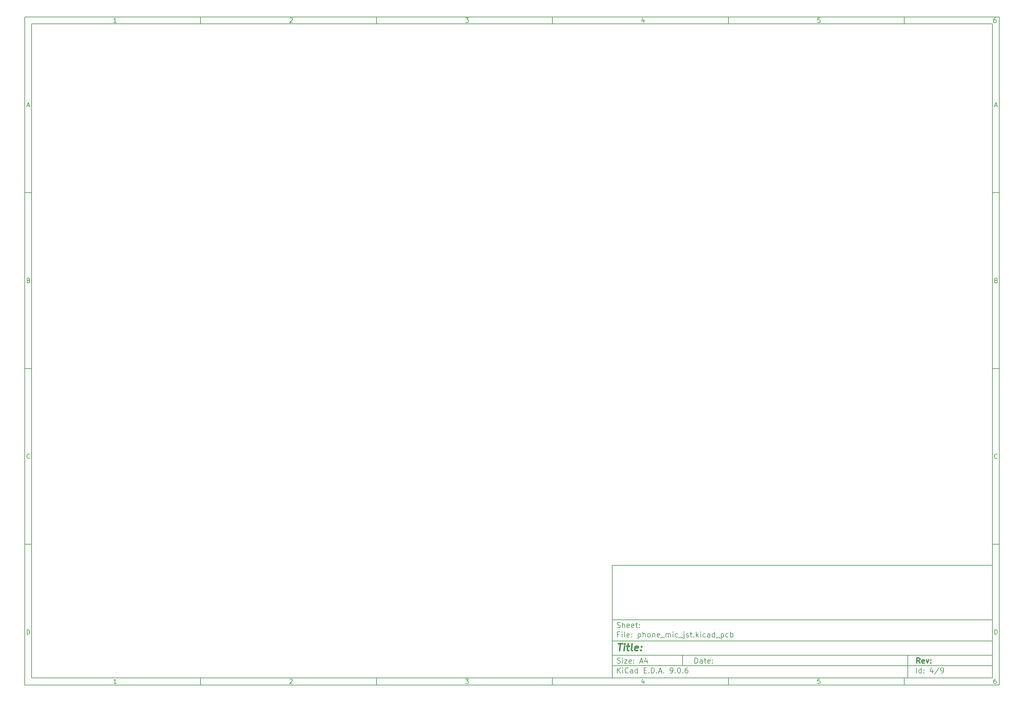
<source format=gbp>
%TF.GenerationSoftware,KiCad,Pcbnew,9.0.6-9.0.6~ubuntu24.04.1*%
%TF.CreationDate,2025-11-30T17:34:31+01:00*%
%TF.ProjectId,phone_mic_jst,70686f6e-655f-46d6-9963-5f6a73742e6b,rev?*%
%TF.SameCoordinates,Original*%
%TF.FileFunction,Paste,Bot*%
%TF.FilePolarity,Positive*%
%FSLAX46Y46*%
G04 Gerber Fmt 4.6, Leading zero omitted, Abs format (unit mm)*
G04 Created by KiCad (PCBNEW 9.0.6-9.0.6~ubuntu24.04.1) date 2025-11-30 17:34:31*
%MOMM*%
%LPD*%
G01*
G04 APERTURE LIST*
%ADD10C,0.100000*%
%ADD11C,0.150000*%
%ADD12C,0.300000*%
%ADD13C,0.400000*%
G04 APERTURE END LIST*
D10*
D11*
X177002200Y-166007200D02*
X285002200Y-166007200D01*
X285002200Y-198007200D01*
X177002200Y-198007200D01*
X177002200Y-166007200D01*
D10*
D11*
X10000000Y-10000000D02*
X287002200Y-10000000D01*
X287002200Y-200007200D01*
X10000000Y-200007200D01*
X10000000Y-10000000D01*
D10*
D11*
X12000000Y-12000000D02*
X285002200Y-12000000D01*
X285002200Y-198007200D01*
X12000000Y-198007200D01*
X12000000Y-12000000D01*
D10*
D11*
X60000000Y-12000000D02*
X60000000Y-10000000D01*
D10*
D11*
X110000000Y-12000000D02*
X110000000Y-10000000D01*
D10*
D11*
X160000000Y-12000000D02*
X160000000Y-10000000D01*
D10*
D11*
X210000000Y-12000000D02*
X210000000Y-10000000D01*
D10*
D11*
X260000000Y-12000000D02*
X260000000Y-10000000D01*
D10*
D11*
X36089160Y-11593604D02*
X35346303Y-11593604D01*
X35717731Y-11593604D02*
X35717731Y-10293604D01*
X35717731Y-10293604D02*
X35593922Y-10479319D01*
X35593922Y-10479319D02*
X35470112Y-10603128D01*
X35470112Y-10603128D02*
X35346303Y-10665033D01*
D10*
D11*
X85346303Y-10417414D02*
X85408207Y-10355509D01*
X85408207Y-10355509D02*
X85532017Y-10293604D01*
X85532017Y-10293604D02*
X85841541Y-10293604D01*
X85841541Y-10293604D02*
X85965350Y-10355509D01*
X85965350Y-10355509D02*
X86027255Y-10417414D01*
X86027255Y-10417414D02*
X86089160Y-10541223D01*
X86089160Y-10541223D02*
X86089160Y-10665033D01*
X86089160Y-10665033D02*
X86027255Y-10850747D01*
X86027255Y-10850747D02*
X85284398Y-11593604D01*
X85284398Y-11593604D02*
X86089160Y-11593604D01*
D10*
D11*
X135284398Y-10293604D02*
X136089160Y-10293604D01*
X136089160Y-10293604D02*
X135655826Y-10788842D01*
X135655826Y-10788842D02*
X135841541Y-10788842D01*
X135841541Y-10788842D02*
X135965350Y-10850747D01*
X135965350Y-10850747D02*
X136027255Y-10912652D01*
X136027255Y-10912652D02*
X136089160Y-11036461D01*
X136089160Y-11036461D02*
X136089160Y-11345985D01*
X136089160Y-11345985D02*
X136027255Y-11469795D01*
X136027255Y-11469795D02*
X135965350Y-11531700D01*
X135965350Y-11531700D02*
X135841541Y-11593604D01*
X135841541Y-11593604D02*
X135470112Y-11593604D01*
X135470112Y-11593604D02*
X135346303Y-11531700D01*
X135346303Y-11531700D02*
X135284398Y-11469795D01*
D10*
D11*
X185965350Y-10726938D02*
X185965350Y-11593604D01*
X185655826Y-10231700D02*
X185346303Y-11160271D01*
X185346303Y-11160271D02*
X186151064Y-11160271D01*
D10*
D11*
X236027255Y-10293604D02*
X235408207Y-10293604D01*
X235408207Y-10293604D02*
X235346303Y-10912652D01*
X235346303Y-10912652D02*
X235408207Y-10850747D01*
X235408207Y-10850747D02*
X235532017Y-10788842D01*
X235532017Y-10788842D02*
X235841541Y-10788842D01*
X235841541Y-10788842D02*
X235965350Y-10850747D01*
X235965350Y-10850747D02*
X236027255Y-10912652D01*
X236027255Y-10912652D02*
X236089160Y-11036461D01*
X236089160Y-11036461D02*
X236089160Y-11345985D01*
X236089160Y-11345985D02*
X236027255Y-11469795D01*
X236027255Y-11469795D02*
X235965350Y-11531700D01*
X235965350Y-11531700D02*
X235841541Y-11593604D01*
X235841541Y-11593604D02*
X235532017Y-11593604D01*
X235532017Y-11593604D02*
X235408207Y-11531700D01*
X235408207Y-11531700D02*
X235346303Y-11469795D01*
D10*
D11*
X285965350Y-10293604D02*
X285717731Y-10293604D01*
X285717731Y-10293604D02*
X285593922Y-10355509D01*
X285593922Y-10355509D02*
X285532017Y-10417414D01*
X285532017Y-10417414D02*
X285408207Y-10603128D01*
X285408207Y-10603128D02*
X285346303Y-10850747D01*
X285346303Y-10850747D02*
X285346303Y-11345985D01*
X285346303Y-11345985D02*
X285408207Y-11469795D01*
X285408207Y-11469795D02*
X285470112Y-11531700D01*
X285470112Y-11531700D02*
X285593922Y-11593604D01*
X285593922Y-11593604D02*
X285841541Y-11593604D01*
X285841541Y-11593604D02*
X285965350Y-11531700D01*
X285965350Y-11531700D02*
X286027255Y-11469795D01*
X286027255Y-11469795D02*
X286089160Y-11345985D01*
X286089160Y-11345985D02*
X286089160Y-11036461D01*
X286089160Y-11036461D02*
X286027255Y-10912652D01*
X286027255Y-10912652D02*
X285965350Y-10850747D01*
X285965350Y-10850747D02*
X285841541Y-10788842D01*
X285841541Y-10788842D02*
X285593922Y-10788842D01*
X285593922Y-10788842D02*
X285470112Y-10850747D01*
X285470112Y-10850747D02*
X285408207Y-10912652D01*
X285408207Y-10912652D02*
X285346303Y-11036461D01*
D10*
D11*
X60000000Y-198007200D02*
X60000000Y-200007200D01*
D10*
D11*
X110000000Y-198007200D02*
X110000000Y-200007200D01*
D10*
D11*
X160000000Y-198007200D02*
X160000000Y-200007200D01*
D10*
D11*
X210000000Y-198007200D02*
X210000000Y-200007200D01*
D10*
D11*
X260000000Y-198007200D02*
X260000000Y-200007200D01*
D10*
D11*
X36089160Y-199600804D02*
X35346303Y-199600804D01*
X35717731Y-199600804D02*
X35717731Y-198300804D01*
X35717731Y-198300804D02*
X35593922Y-198486519D01*
X35593922Y-198486519D02*
X35470112Y-198610328D01*
X35470112Y-198610328D02*
X35346303Y-198672233D01*
D10*
D11*
X85346303Y-198424614D02*
X85408207Y-198362709D01*
X85408207Y-198362709D02*
X85532017Y-198300804D01*
X85532017Y-198300804D02*
X85841541Y-198300804D01*
X85841541Y-198300804D02*
X85965350Y-198362709D01*
X85965350Y-198362709D02*
X86027255Y-198424614D01*
X86027255Y-198424614D02*
X86089160Y-198548423D01*
X86089160Y-198548423D02*
X86089160Y-198672233D01*
X86089160Y-198672233D02*
X86027255Y-198857947D01*
X86027255Y-198857947D02*
X85284398Y-199600804D01*
X85284398Y-199600804D02*
X86089160Y-199600804D01*
D10*
D11*
X135284398Y-198300804D02*
X136089160Y-198300804D01*
X136089160Y-198300804D02*
X135655826Y-198796042D01*
X135655826Y-198796042D02*
X135841541Y-198796042D01*
X135841541Y-198796042D02*
X135965350Y-198857947D01*
X135965350Y-198857947D02*
X136027255Y-198919852D01*
X136027255Y-198919852D02*
X136089160Y-199043661D01*
X136089160Y-199043661D02*
X136089160Y-199353185D01*
X136089160Y-199353185D02*
X136027255Y-199476995D01*
X136027255Y-199476995D02*
X135965350Y-199538900D01*
X135965350Y-199538900D02*
X135841541Y-199600804D01*
X135841541Y-199600804D02*
X135470112Y-199600804D01*
X135470112Y-199600804D02*
X135346303Y-199538900D01*
X135346303Y-199538900D02*
X135284398Y-199476995D01*
D10*
D11*
X185965350Y-198734138D02*
X185965350Y-199600804D01*
X185655826Y-198238900D02*
X185346303Y-199167471D01*
X185346303Y-199167471D02*
X186151064Y-199167471D01*
D10*
D11*
X236027255Y-198300804D02*
X235408207Y-198300804D01*
X235408207Y-198300804D02*
X235346303Y-198919852D01*
X235346303Y-198919852D02*
X235408207Y-198857947D01*
X235408207Y-198857947D02*
X235532017Y-198796042D01*
X235532017Y-198796042D02*
X235841541Y-198796042D01*
X235841541Y-198796042D02*
X235965350Y-198857947D01*
X235965350Y-198857947D02*
X236027255Y-198919852D01*
X236027255Y-198919852D02*
X236089160Y-199043661D01*
X236089160Y-199043661D02*
X236089160Y-199353185D01*
X236089160Y-199353185D02*
X236027255Y-199476995D01*
X236027255Y-199476995D02*
X235965350Y-199538900D01*
X235965350Y-199538900D02*
X235841541Y-199600804D01*
X235841541Y-199600804D02*
X235532017Y-199600804D01*
X235532017Y-199600804D02*
X235408207Y-199538900D01*
X235408207Y-199538900D02*
X235346303Y-199476995D01*
D10*
D11*
X285965350Y-198300804D02*
X285717731Y-198300804D01*
X285717731Y-198300804D02*
X285593922Y-198362709D01*
X285593922Y-198362709D02*
X285532017Y-198424614D01*
X285532017Y-198424614D02*
X285408207Y-198610328D01*
X285408207Y-198610328D02*
X285346303Y-198857947D01*
X285346303Y-198857947D02*
X285346303Y-199353185D01*
X285346303Y-199353185D02*
X285408207Y-199476995D01*
X285408207Y-199476995D02*
X285470112Y-199538900D01*
X285470112Y-199538900D02*
X285593922Y-199600804D01*
X285593922Y-199600804D02*
X285841541Y-199600804D01*
X285841541Y-199600804D02*
X285965350Y-199538900D01*
X285965350Y-199538900D02*
X286027255Y-199476995D01*
X286027255Y-199476995D02*
X286089160Y-199353185D01*
X286089160Y-199353185D02*
X286089160Y-199043661D01*
X286089160Y-199043661D02*
X286027255Y-198919852D01*
X286027255Y-198919852D02*
X285965350Y-198857947D01*
X285965350Y-198857947D02*
X285841541Y-198796042D01*
X285841541Y-198796042D02*
X285593922Y-198796042D01*
X285593922Y-198796042D02*
X285470112Y-198857947D01*
X285470112Y-198857947D02*
X285408207Y-198919852D01*
X285408207Y-198919852D02*
X285346303Y-199043661D01*
D10*
D11*
X10000000Y-60000000D02*
X12000000Y-60000000D01*
D10*
D11*
X10000000Y-110000000D02*
X12000000Y-110000000D01*
D10*
D11*
X10000000Y-160000000D02*
X12000000Y-160000000D01*
D10*
D11*
X10690476Y-35222176D02*
X11309523Y-35222176D01*
X10566666Y-35593604D02*
X10999999Y-34293604D01*
X10999999Y-34293604D02*
X11433333Y-35593604D01*
D10*
D11*
X11092857Y-84912652D02*
X11278571Y-84974557D01*
X11278571Y-84974557D02*
X11340476Y-85036461D01*
X11340476Y-85036461D02*
X11402380Y-85160271D01*
X11402380Y-85160271D02*
X11402380Y-85345985D01*
X11402380Y-85345985D02*
X11340476Y-85469795D01*
X11340476Y-85469795D02*
X11278571Y-85531700D01*
X11278571Y-85531700D02*
X11154761Y-85593604D01*
X11154761Y-85593604D02*
X10659523Y-85593604D01*
X10659523Y-85593604D02*
X10659523Y-84293604D01*
X10659523Y-84293604D02*
X11092857Y-84293604D01*
X11092857Y-84293604D02*
X11216666Y-84355509D01*
X11216666Y-84355509D02*
X11278571Y-84417414D01*
X11278571Y-84417414D02*
X11340476Y-84541223D01*
X11340476Y-84541223D02*
X11340476Y-84665033D01*
X11340476Y-84665033D02*
X11278571Y-84788842D01*
X11278571Y-84788842D02*
X11216666Y-84850747D01*
X11216666Y-84850747D02*
X11092857Y-84912652D01*
X11092857Y-84912652D02*
X10659523Y-84912652D01*
D10*
D11*
X11402380Y-135469795D02*
X11340476Y-135531700D01*
X11340476Y-135531700D02*
X11154761Y-135593604D01*
X11154761Y-135593604D02*
X11030952Y-135593604D01*
X11030952Y-135593604D02*
X10845238Y-135531700D01*
X10845238Y-135531700D02*
X10721428Y-135407890D01*
X10721428Y-135407890D02*
X10659523Y-135284080D01*
X10659523Y-135284080D02*
X10597619Y-135036461D01*
X10597619Y-135036461D02*
X10597619Y-134850747D01*
X10597619Y-134850747D02*
X10659523Y-134603128D01*
X10659523Y-134603128D02*
X10721428Y-134479319D01*
X10721428Y-134479319D02*
X10845238Y-134355509D01*
X10845238Y-134355509D02*
X11030952Y-134293604D01*
X11030952Y-134293604D02*
X11154761Y-134293604D01*
X11154761Y-134293604D02*
X11340476Y-134355509D01*
X11340476Y-134355509D02*
X11402380Y-134417414D01*
D10*
D11*
X10659523Y-185593604D02*
X10659523Y-184293604D01*
X10659523Y-184293604D02*
X10969047Y-184293604D01*
X10969047Y-184293604D02*
X11154761Y-184355509D01*
X11154761Y-184355509D02*
X11278571Y-184479319D01*
X11278571Y-184479319D02*
X11340476Y-184603128D01*
X11340476Y-184603128D02*
X11402380Y-184850747D01*
X11402380Y-184850747D02*
X11402380Y-185036461D01*
X11402380Y-185036461D02*
X11340476Y-185284080D01*
X11340476Y-185284080D02*
X11278571Y-185407890D01*
X11278571Y-185407890D02*
X11154761Y-185531700D01*
X11154761Y-185531700D02*
X10969047Y-185593604D01*
X10969047Y-185593604D02*
X10659523Y-185593604D01*
D10*
D11*
X287002200Y-60000000D02*
X285002200Y-60000000D01*
D10*
D11*
X287002200Y-110000000D02*
X285002200Y-110000000D01*
D10*
D11*
X287002200Y-160000000D02*
X285002200Y-160000000D01*
D10*
D11*
X285692676Y-35222176D02*
X286311723Y-35222176D01*
X285568866Y-35593604D02*
X286002199Y-34293604D01*
X286002199Y-34293604D02*
X286435533Y-35593604D01*
D10*
D11*
X286095057Y-84912652D02*
X286280771Y-84974557D01*
X286280771Y-84974557D02*
X286342676Y-85036461D01*
X286342676Y-85036461D02*
X286404580Y-85160271D01*
X286404580Y-85160271D02*
X286404580Y-85345985D01*
X286404580Y-85345985D02*
X286342676Y-85469795D01*
X286342676Y-85469795D02*
X286280771Y-85531700D01*
X286280771Y-85531700D02*
X286156961Y-85593604D01*
X286156961Y-85593604D02*
X285661723Y-85593604D01*
X285661723Y-85593604D02*
X285661723Y-84293604D01*
X285661723Y-84293604D02*
X286095057Y-84293604D01*
X286095057Y-84293604D02*
X286218866Y-84355509D01*
X286218866Y-84355509D02*
X286280771Y-84417414D01*
X286280771Y-84417414D02*
X286342676Y-84541223D01*
X286342676Y-84541223D02*
X286342676Y-84665033D01*
X286342676Y-84665033D02*
X286280771Y-84788842D01*
X286280771Y-84788842D02*
X286218866Y-84850747D01*
X286218866Y-84850747D02*
X286095057Y-84912652D01*
X286095057Y-84912652D02*
X285661723Y-84912652D01*
D10*
D11*
X286404580Y-135469795D02*
X286342676Y-135531700D01*
X286342676Y-135531700D02*
X286156961Y-135593604D01*
X286156961Y-135593604D02*
X286033152Y-135593604D01*
X286033152Y-135593604D02*
X285847438Y-135531700D01*
X285847438Y-135531700D02*
X285723628Y-135407890D01*
X285723628Y-135407890D02*
X285661723Y-135284080D01*
X285661723Y-135284080D02*
X285599819Y-135036461D01*
X285599819Y-135036461D02*
X285599819Y-134850747D01*
X285599819Y-134850747D02*
X285661723Y-134603128D01*
X285661723Y-134603128D02*
X285723628Y-134479319D01*
X285723628Y-134479319D02*
X285847438Y-134355509D01*
X285847438Y-134355509D02*
X286033152Y-134293604D01*
X286033152Y-134293604D02*
X286156961Y-134293604D01*
X286156961Y-134293604D02*
X286342676Y-134355509D01*
X286342676Y-134355509D02*
X286404580Y-134417414D01*
D10*
D11*
X285661723Y-185593604D02*
X285661723Y-184293604D01*
X285661723Y-184293604D02*
X285971247Y-184293604D01*
X285971247Y-184293604D02*
X286156961Y-184355509D01*
X286156961Y-184355509D02*
X286280771Y-184479319D01*
X286280771Y-184479319D02*
X286342676Y-184603128D01*
X286342676Y-184603128D02*
X286404580Y-184850747D01*
X286404580Y-184850747D02*
X286404580Y-185036461D01*
X286404580Y-185036461D02*
X286342676Y-185284080D01*
X286342676Y-185284080D02*
X286280771Y-185407890D01*
X286280771Y-185407890D02*
X286156961Y-185531700D01*
X286156961Y-185531700D02*
X285971247Y-185593604D01*
X285971247Y-185593604D02*
X285661723Y-185593604D01*
D10*
D11*
X200458026Y-193793328D02*
X200458026Y-192293328D01*
X200458026Y-192293328D02*
X200815169Y-192293328D01*
X200815169Y-192293328D02*
X201029455Y-192364757D01*
X201029455Y-192364757D02*
X201172312Y-192507614D01*
X201172312Y-192507614D02*
X201243741Y-192650471D01*
X201243741Y-192650471D02*
X201315169Y-192936185D01*
X201315169Y-192936185D02*
X201315169Y-193150471D01*
X201315169Y-193150471D02*
X201243741Y-193436185D01*
X201243741Y-193436185D02*
X201172312Y-193579042D01*
X201172312Y-193579042D02*
X201029455Y-193721900D01*
X201029455Y-193721900D02*
X200815169Y-193793328D01*
X200815169Y-193793328D02*
X200458026Y-193793328D01*
X202600884Y-193793328D02*
X202600884Y-193007614D01*
X202600884Y-193007614D02*
X202529455Y-192864757D01*
X202529455Y-192864757D02*
X202386598Y-192793328D01*
X202386598Y-192793328D02*
X202100884Y-192793328D01*
X202100884Y-192793328D02*
X201958026Y-192864757D01*
X202600884Y-193721900D02*
X202458026Y-193793328D01*
X202458026Y-193793328D02*
X202100884Y-193793328D01*
X202100884Y-193793328D02*
X201958026Y-193721900D01*
X201958026Y-193721900D02*
X201886598Y-193579042D01*
X201886598Y-193579042D02*
X201886598Y-193436185D01*
X201886598Y-193436185D02*
X201958026Y-193293328D01*
X201958026Y-193293328D02*
X202100884Y-193221900D01*
X202100884Y-193221900D02*
X202458026Y-193221900D01*
X202458026Y-193221900D02*
X202600884Y-193150471D01*
X203100884Y-192793328D02*
X203672312Y-192793328D01*
X203315169Y-192293328D02*
X203315169Y-193579042D01*
X203315169Y-193579042D02*
X203386598Y-193721900D01*
X203386598Y-193721900D02*
X203529455Y-193793328D01*
X203529455Y-193793328D02*
X203672312Y-193793328D01*
X204743741Y-193721900D02*
X204600884Y-193793328D01*
X204600884Y-193793328D02*
X204315170Y-193793328D01*
X204315170Y-193793328D02*
X204172312Y-193721900D01*
X204172312Y-193721900D02*
X204100884Y-193579042D01*
X204100884Y-193579042D02*
X204100884Y-193007614D01*
X204100884Y-193007614D02*
X204172312Y-192864757D01*
X204172312Y-192864757D02*
X204315170Y-192793328D01*
X204315170Y-192793328D02*
X204600884Y-192793328D01*
X204600884Y-192793328D02*
X204743741Y-192864757D01*
X204743741Y-192864757D02*
X204815170Y-193007614D01*
X204815170Y-193007614D02*
X204815170Y-193150471D01*
X204815170Y-193150471D02*
X204100884Y-193293328D01*
X205458026Y-193650471D02*
X205529455Y-193721900D01*
X205529455Y-193721900D02*
X205458026Y-193793328D01*
X205458026Y-193793328D02*
X205386598Y-193721900D01*
X205386598Y-193721900D02*
X205458026Y-193650471D01*
X205458026Y-193650471D02*
X205458026Y-193793328D01*
X205458026Y-192864757D02*
X205529455Y-192936185D01*
X205529455Y-192936185D02*
X205458026Y-193007614D01*
X205458026Y-193007614D02*
X205386598Y-192936185D01*
X205386598Y-192936185D02*
X205458026Y-192864757D01*
X205458026Y-192864757D02*
X205458026Y-193007614D01*
D10*
D11*
X177002200Y-194507200D02*
X285002200Y-194507200D01*
D10*
D11*
X178458026Y-196593328D02*
X178458026Y-195093328D01*
X179315169Y-196593328D02*
X178672312Y-195736185D01*
X179315169Y-195093328D02*
X178458026Y-195950471D01*
X179958026Y-196593328D02*
X179958026Y-195593328D01*
X179958026Y-195093328D02*
X179886598Y-195164757D01*
X179886598Y-195164757D02*
X179958026Y-195236185D01*
X179958026Y-195236185D02*
X180029455Y-195164757D01*
X180029455Y-195164757D02*
X179958026Y-195093328D01*
X179958026Y-195093328D02*
X179958026Y-195236185D01*
X181529455Y-196450471D02*
X181458027Y-196521900D01*
X181458027Y-196521900D02*
X181243741Y-196593328D01*
X181243741Y-196593328D02*
X181100884Y-196593328D01*
X181100884Y-196593328D02*
X180886598Y-196521900D01*
X180886598Y-196521900D02*
X180743741Y-196379042D01*
X180743741Y-196379042D02*
X180672312Y-196236185D01*
X180672312Y-196236185D02*
X180600884Y-195950471D01*
X180600884Y-195950471D02*
X180600884Y-195736185D01*
X180600884Y-195736185D02*
X180672312Y-195450471D01*
X180672312Y-195450471D02*
X180743741Y-195307614D01*
X180743741Y-195307614D02*
X180886598Y-195164757D01*
X180886598Y-195164757D02*
X181100884Y-195093328D01*
X181100884Y-195093328D02*
X181243741Y-195093328D01*
X181243741Y-195093328D02*
X181458027Y-195164757D01*
X181458027Y-195164757D02*
X181529455Y-195236185D01*
X182815170Y-196593328D02*
X182815170Y-195807614D01*
X182815170Y-195807614D02*
X182743741Y-195664757D01*
X182743741Y-195664757D02*
X182600884Y-195593328D01*
X182600884Y-195593328D02*
X182315170Y-195593328D01*
X182315170Y-195593328D02*
X182172312Y-195664757D01*
X182815170Y-196521900D02*
X182672312Y-196593328D01*
X182672312Y-196593328D02*
X182315170Y-196593328D01*
X182315170Y-196593328D02*
X182172312Y-196521900D01*
X182172312Y-196521900D02*
X182100884Y-196379042D01*
X182100884Y-196379042D02*
X182100884Y-196236185D01*
X182100884Y-196236185D02*
X182172312Y-196093328D01*
X182172312Y-196093328D02*
X182315170Y-196021900D01*
X182315170Y-196021900D02*
X182672312Y-196021900D01*
X182672312Y-196021900D02*
X182815170Y-195950471D01*
X184172313Y-196593328D02*
X184172313Y-195093328D01*
X184172313Y-196521900D02*
X184029455Y-196593328D01*
X184029455Y-196593328D02*
X183743741Y-196593328D01*
X183743741Y-196593328D02*
X183600884Y-196521900D01*
X183600884Y-196521900D02*
X183529455Y-196450471D01*
X183529455Y-196450471D02*
X183458027Y-196307614D01*
X183458027Y-196307614D02*
X183458027Y-195879042D01*
X183458027Y-195879042D02*
X183529455Y-195736185D01*
X183529455Y-195736185D02*
X183600884Y-195664757D01*
X183600884Y-195664757D02*
X183743741Y-195593328D01*
X183743741Y-195593328D02*
X184029455Y-195593328D01*
X184029455Y-195593328D02*
X184172313Y-195664757D01*
X186029455Y-195807614D02*
X186529455Y-195807614D01*
X186743741Y-196593328D02*
X186029455Y-196593328D01*
X186029455Y-196593328D02*
X186029455Y-195093328D01*
X186029455Y-195093328D02*
X186743741Y-195093328D01*
X187386598Y-196450471D02*
X187458027Y-196521900D01*
X187458027Y-196521900D02*
X187386598Y-196593328D01*
X187386598Y-196593328D02*
X187315170Y-196521900D01*
X187315170Y-196521900D02*
X187386598Y-196450471D01*
X187386598Y-196450471D02*
X187386598Y-196593328D01*
X188100884Y-196593328D02*
X188100884Y-195093328D01*
X188100884Y-195093328D02*
X188458027Y-195093328D01*
X188458027Y-195093328D02*
X188672313Y-195164757D01*
X188672313Y-195164757D02*
X188815170Y-195307614D01*
X188815170Y-195307614D02*
X188886599Y-195450471D01*
X188886599Y-195450471D02*
X188958027Y-195736185D01*
X188958027Y-195736185D02*
X188958027Y-195950471D01*
X188958027Y-195950471D02*
X188886599Y-196236185D01*
X188886599Y-196236185D02*
X188815170Y-196379042D01*
X188815170Y-196379042D02*
X188672313Y-196521900D01*
X188672313Y-196521900D02*
X188458027Y-196593328D01*
X188458027Y-196593328D02*
X188100884Y-196593328D01*
X189600884Y-196450471D02*
X189672313Y-196521900D01*
X189672313Y-196521900D02*
X189600884Y-196593328D01*
X189600884Y-196593328D02*
X189529456Y-196521900D01*
X189529456Y-196521900D02*
X189600884Y-196450471D01*
X189600884Y-196450471D02*
X189600884Y-196593328D01*
X190243742Y-196164757D02*
X190958028Y-196164757D01*
X190100885Y-196593328D02*
X190600885Y-195093328D01*
X190600885Y-195093328D02*
X191100885Y-196593328D01*
X191600884Y-196450471D02*
X191672313Y-196521900D01*
X191672313Y-196521900D02*
X191600884Y-196593328D01*
X191600884Y-196593328D02*
X191529456Y-196521900D01*
X191529456Y-196521900D02*
X191600884Y-196450471D01*
X191600884Y-196450471D02*
X191600884Y-196593328D01*
X193529456Y-196593328D02*
X193815170Y-196593328D01*
X193815170Y-196593328D02*
X193958027Y-196521900D01*
X193958027Y-196521900D02*
X194029456Y-196450471D01*
X194029456Y-196450471D02*
X194172313Y-196236185D01*
X194172313Y-196236185D02*
X194243742Y-195950471D01*
X194243742Y-195950471D02*
X194243742Y-195379042D01*
X194243742Y-195379042D02*
X194172313Y-195236185D01*
X194172313Y-195236185D02*
X194100885Y-195164757D01*
X194100885Y-195164757D02*
X193958027Y-195093328D01*
X193958027Y-195093328D02*
X193672313Y-195093328D01*
X193672313Y-195093328D02*
X193529456Y-195164757D01*
X193529456Y-195164757D02*
X193458027Y-195236185D01*
X193458027Y-195236185D02*
X193386599Y-195379042D01*
X193386599Y-195379042D02*
X193386599Y-195736185D01*
X193386599Y-195736185D02*
X193458027Y-195879042D01*
X193458027Y-195879042D02*
X193529456Y-195950471D01*
X193529456Y-195950471D02*
X193672313Y-196021900D01*
X193672313Y-196021900D02*
X193958027Y-196021900D01*
X193958027Y-196021900D02*
X194100885Y-195950471D01*
X194100885Y-195950471D02*
X194172313Y-195879042D01*
X194172313Y-195879042D02*
X194243742Y-195736185D01*
X194886598Y-196450471D02*
X194958027Y-196521900D01*
X194958027Y-196521900D02*
X194886598Y-196593328D01*
X194886598Y-196593328D02*
X194815170Y-196521900D01*
X194815170Y-196521900D02*
X194886598Y-196450471D01*
X194886598Y-196450471D02*
X194886598Y-196593328D01*
X195886599Y-195093328D02*
X196029456Y-195093328D01*
X196029456Y-195093328D02*
X196172313Y-195164757D01*
X196172313Y-195164757D02*
X196243742Y-195236185D01*
X196243742Y-195236185D02*
X196315170Y-195379042D01*
X196315170Y-195379042D02*
X196386599Y-195664757D01*
X196386599Y-195664757D02*
X196386599Y-196021900D01*
X196386599Y-196021900D02*
X196315170Y-196307614D01*
X196315170Y-196307614D02*
X196243742Y-196450471D01*
X196243742Y-196450471D02*
X196172313Y-196521900D01*
X196172313Y-196521900D02*
X196029456Y-196593328D01*
X196029456Y-196593328D02*
X195886599Y-196593328D01*
X195886599Y-196593328D02*
X195743742Y-196521900D01*
X195743742Y-196521900D02*
X195672313Y-196450471D01*
X195672313Y-196450471D02*
X195600884Y-196307614D01*
X195600884Y-196307614D02*
X195529456Y-196021900D01*
X195529456Y-196021900D02*
X195529456Y-195664757D01*
X195529456Y-195664757D02*
X195600884Y-195379042D01*
X195600884Y-195379042D02*
X195672313Y-195236185D01*
X195672313Y-195236185D02*
X195743742Y-195164757D01*
X195743742Y-195164757D02*
X195886599Y-195093328D01*
X197029455Y-196450471D02*
X197100884Y-196521900D01*
X197100884Y-196521900D02*
X197029455Y-196593328D01*
X197029455Y-196593328D02*
X196958027Y-196521900D01*
X196958027Y-196521900D02*
X197029455Y-196450471D01*
X197029455Y-196450471D02*
X197029455Y-196593328D01*
X198386599Y-195093328D02*
X198100884Y-195093328D01*
X198100884Y-195093328D02*
X197958027Y-195164757D01*
X197958027Y-195164757D02*
X197886599Y-195236185D01*
X197886599Y-195236185D02*
X197743741Y-195450471D01*
X197743741Y-195450471D02*
X197672313Y-195736185D01*
X197672313Y-195736185D02*
X197672313Y-196307614D01*
X197672313Y-196307614D02*
X197743741Y-196450471D01*
X197743741Y-196450471D02*
X197815170Y-196521900D01*
X197815170Y-196521900D02*
X197958027Y-196593328D01*
X197958027Y-196593328D02*
X198243741Y-196593328D01*
X198243741Y-196593328D02*
X198386599Y-196521900D01*
X198386599Y-196521900D02*
X198458027Y-196450471D01*
X198458027Y-196450471D02*
X198529456Y-196307614D01*
X198529456Y-196307614D02*
X198529456Y-195950471D01*
X198529456Y-195950471D02*
X198458027Y-195807614D01*
X198458027Y-195807614D02*
X198386599Y-195736185D01*
X198386599Y-195736185D02*
X198243741Y-195664757D01*
X198243741Y-195664757D02*
X197958027Y-195664757D01*
X197958027Y-195664757D02*
X197815170Y-195736185D01*
X197815170Y-195736185D02*
X197743741Y-195807614D01*
X197743741Y-195807614D02*
X197672313Y-195950471D01*
D10*
D11*
X177002200Y-191507200D02*
X285002200Y-191507200D01*
D10*
D12*
X264413853Y-193785528D02*
X263913853Y-193071242D01*
X263556710Y-193785528D02*
X263556710Y-192285528D01*
X263556710Y-192285528D02*
X264128139Y-192285528D01*
X264128139Y-192285528D02*
X264270996Y-192356957D01*
X264270996Y-192356957D02*
X264342425Y-192428385D01*
X264342425Y-192428385D02*
X264413853Y-192571242D01*
X264413853Y-192571242D02*
X264413853Y-192785528D01*
X264413853Y-192785528D02*
X264342425Y-192928385D01*
X264342425Y-192928385D02*
X264270996Y-192999814D01*
X264270996Y-192999814D02*
X264128139Y-193071242D01*
X264128139Y-193071242D02*
X263556710Y-193071242D01*
X265628139Y-193714100D02*
X265485282Y-193785528D01*
X265485282Y-193785528D02*
X265199568Y-193785528D01*
X265199568Y-193785528D02*
X265056710Y-193714100D01*
X265056710Y-193714100D02*
X264985282Y-193571242D01*
X264985282Y-193571242D02*
X264985282Y-192999814D01*
X264985282Y-192999814D02*
X265056710Y-192856957D01*
X265056710Y-192856957D02*
X265199568Y-192785528D01*
X265199568Y-192785528D02*
X265485282Y-192785528D01*
X265485282Y-192785528D02*
X265628139Y-192856957D01*
X265628139Y-192856957D02*
X265699568Y-192999814D01*
X265699568Y-192999814D02*
X265699568Y-193142671D01*
X265699568Y-193142671D02*
X264985282Y-193285528D01*
X266199567Y-192785528D02*
X266556710Y-193785528D01*
X266556710Y-193785528D02*
X266913853Y-192785528D01*
X267485281Y-193642671D02*
X267556710Y-193714100D01*
X267556710Y-193714100D02*
X267485281Y-193785528D01*
X267485281Y-193785528D02*
X267413853Y-193714100D01*
X267413853Y-193714100D02*
X267485281Y-193642671D01*
X267485281Y-193642671D02*
X267485281Y-193785528D01*
X267485281Y-192856957D02*
X267556710Y-192928385D01*
X267556710Y-192928385D02*
X267485281Y-192999814D01*
X267485281Y-192999814D02*
X267413853Y-192928385D01*
X267413853Y-192928385D02*
X267485281Y-192856957D01*
X267485281Y-192856957D02*
X267485281Y-192999814D01*
D10*
D11*
X178386598Y-193721900D02*
X178600884Y-193793328D01*
X178600884Y-193793328D02*
X178958026Y-193793328D01*
X178958026Y-193793328D02*
X179100884Y-193721900D01*
X179100884Y-193721900D02*
X179172312Y-193650471D01*
X179172312Y-193650471D02*
X179243741Y-193507614D01*
X179243741Y-193507614D02*
X179243741Y-193364757D01*
X179243741Y-193364757D02*
X179172312Y-193221900D01*
X179172312Y-193221900D02*
X179100884Y-193150471D01*
X179100884Y-193150471D02*
X178958026Y-193079042D01*
X178958026Y-193079042D02*
X178672312Y-193007614D01*
X178672312Y-193007614D02*
X178529455Y-192936185D01*
X178529455Y-192936185D02*
X178458026Y-192864757D01*
X178458026Y-192864757D02*
X178386598Y-192721900D01*
X178386598Y-192721900D02*
X178386598Y-192579042D01*
X178386598Y-192579042D02*
X178458026Y-192436185D01*
X178458026Y-192436185D02*
X178529455Y-192364757D01*
X178529455Y-192364757D02*
X178672312Y-192293328D01*
X178672312Y-192293328D02*
X179029455Y-192293328D01*
X179029455Y-192293328D02*
X179243741Y-192364757D01*
X179886597Y-193793328D02*
X179886597Y-192793328D01*
X179886597Y-192293328D02*
X179815169Y-192364757D01*
X179815169Y-192364757D02*
X179886597Y-192436185D01*
X179886597Y-192436185D02*
X179958026Y-192364757D01*
X179958026Y-192364757D02*
X179886597Y-192293328D01*
X179886597Y-192293328D02*
X179886597Y-192436185D01*
X180458026Y-192793328D02*
X181243741Y-192793328D01*
X181243741Y-192793328D02*
X180458026Y-193793328D01*
X180458026Y-193793328D02*
X181243741Y-193793328D01*
X182386598Y-193721900D02*
X182243741Y-193793328D01*
X182243741Y-193793328D02*
X181958027Y-193793328D01*
X181958027Y-193793328D02*
X181815169Y-193721900D01*
X181815169Y-193721900D02*
X181743741Y-193579042D01*
X181743741Y-193579042D02*
X181743741Y-193007614D01*
X181743741Y-193007614D02*
X181815169Y-192864757D01*
X181815169Y-192864757D02*
X181958027Y-192793328D01*
X181958027Y-192793328D02*
X182243741Y-192793328D01*
X182243741Y-192793328D02*
X182386598Y-192864757D01*
X182386598Y-192864757D02*
X182458027Y-193007614D01*
X182458027Y-193007614D02*
X182458027Y-193150471D01*
X182458027Y-193150471D02*
X181743741Y-193293328D01*
X183100883Y-193650471D02*
X183172312Y-193721900D01*
X183172312Y-193721900D02*
X183100883Y-193793328D01*
X183100883Y-193793328D02*
X183029455Y-193721900D01*
X183029455Y-193721900D02*
X183100883Y-193650471D01*
X183100883Y-193650471D02*
X183100883Y-193793328D01*
X183100883Y-192864757D02*
X183172312Y-192936185D01*
X183172312Y-192936185D02*
X183100883Y-193007614D01*
X183100883Y-193007614D02*
X183029455Y-192936185D01*
X183029455Y-192936185D02*
X183100883Y-192864757D01*
X183100883Y-192864757D02*
X183100883Y-193007614D01*
X184886598Y-193364757D02*
X185600884Y-193364757D01*
X184743741Y-193793328D02*
X185243741Y-192293328D01*
X185243741Y-192293328D02*
X185743741Y-193793328D01*
X186886598Y-192793328D02*
X186886598Y-193793328D01*
X186529455Y-192221900D02*
X186172312Y-193293328D01*
X186172312Y-193293328D02*
X187100883Y-193293328D01*
D10*
D11*
X263458026Y-196593328D02*
X263458026Y-195093328D01*
X264815170Y-196593328D02*
X264815170Y-195093328D01*
X264815170Y-196521900D02*
X264672312Y-196593328D01*
X264672312Y-196593328D02*
X264386598Y-196593328D01*
X264386598Y-196593328D02*
X264243741Y-196521900D01*
X264243741Y-196521900D02*
X264172312Y-196450471D01*
X264172312Y-196450471D02*
X264100884Y-196307614D01*
X264100884Y-196307614D02*
X264100884Y-195879042D01*
X264100884Y-195879042D02*
X264172312Y-195736185D01*
X264172312Y-195736185D02*
X264243741Y-195664757D01*
X264243741Y-195664757D02*
X264386598Y-195593328D01*
X264386598Y-195593328D02*
X264672312Y-195593328D01*
X264672312Y-195593328D02*
X264815170Y-195664757D01*
X265529455Y-196450471D02*
X265600884Y-196521900D01*
X265600884Y-196521900D02*
X265529455Y-196593328D01*
X265529455Y-196593328D02*
X265458027Y-196521900D01*
X265458027Y-196521900D02*
X265529455Y-196450471D01*
X265529455Y-196450471D02*
X265529455Y-196593328D01*
X265529455Y-195664757D02*
X265600884Y-195736185D01*
X265600884Y-195736185D02*
X265529455Y-195807614D01*
X265529455Y-195807614D02*
X265458027Y-195736185D01*
X265458027Y-195736185D02*
X265529455Y-195664757D01*
X265529455Y-195664757D02*
X265529455Y-195807614D01*
X268029456Y-195593328D02*
X268029456Y-196593328D01*
X267672313Y-195021900D02*
X267315170Y-196093328D01*
X267315170Y-196093328D02*
X268243741Y-196093328D01*
X269886598Y-195021900D02*
X268600884Y-196950471D01*
X270458027Y-196593328D02*
X270743741Y-196593328D01*
X270743741Y-196593328D02*
X270886598Y-196521900D01*
X270886598Y-196521900D02*
X270958027Y-196450471D01*
X270958027Y-196450471D02*
X271100884Y-196236185D01*
X271100884Y-196236185D02*
X271172313Y-195950471D01*
X271172313Y-195950471D02*
X271172313Y-195379042D01*
X271172313Y-195379042D02*
X271100884Y-195236185D01*
X271100884Y-195236185D02*
X271029456Y-195164757D01*
X271029456Y-195164757D02*
X270886598Y-195093328D01*
X270886598Y-195093328D02*
X270600884Y-195093328D01*
X270600884Y-195093328D02*
X270458027Y-195164757D01*
X270458027Y-195164757D02*
X270386598Y-195236185D01*
X270386598Y-195236185D02*
X270315170Y-195379042D01*
X270315170Y-195379042D02*
X270315170Y-195736185D01*
X270315170Y-195736185D02*
X270386598Y-195879042D01*
X270386598Y-195879042D02*
X270458027Y-195950471D01*
X270458027Y-195950471D02*
X270600884Y-196021900D01*
X270600884Y-196021900D02*
X270886598Y-196021900D01*
X270886598Y-196021900D02*
X271029456Y-195950471D01*
X271029456Y-195950471D02*
X271100884Y-195879042D01*
X271100884Y-195879042D02*
X271172313Y-195736185D01*
D10*
D11*
X177002200Y-187507200D02*
X285002200Y-187507200D01*
D10*
D13*
X178693928Y-188211638D02*
X179836785Y-188211638D01*
X179015357Y-190211638D02*
X179265357Y-188211638D01*
X180253452Y-190211638D02*
X180420119Y-188878304D01*
X180503452Y-188211638D02*
X180396309Y-188306876D01*
X180396309Y-188306876D02*
X180479643Y-188402114D01*
X180479643Y-188402114D02*
X180586786Y-188306876D01*
X180586786Y-188306876D02*
X180503452Y-188211638D01*
X180503452Y-188211638D02*
X180479643Y-188402114D01*
X181086786Y-188878304D02*
X181848690Y-188878304D01*
X181455833Y-188211638D02*
X181241548Y-189925923D01*
X181241548Y-189925923D02*
X181312976Y-190116400D01*
X181312976Y-190116400D02*
X181491548Y-190211638D01*
X181491548Y-190211638D02*
X181682024Y-190211638D01*
X182634405Y-190211638D02*
X182455833Y-190116400D01*
X182455833Y-190116400D02*
X182384405Y-189925923D01*
X182384405Y-189925923D02*
X182598690Y-188211638D01*
X184170119Y-190116400D02*
X183967738Y-190211638D01*
X183967738Y-190211638D02*
X183586785Y-190211638D01*
X183586785Y-190211638D02*
X183408214Y-190116400D01*
X183408214Y-190116400D02*
X183336785Y-189925923D01*
X183336785Y-189925923D02*
X183432024Y-189164019D01*
X183432024Y-189164019D02*
X183551071Y-188973542D01*
X183551071Y-188973542D02*
X183753452Y-188878304D01*
X183753452Y-188878304D02*
X184134404Y-188878304D01*
X184134404Y-188878304D02*
X184312976Y-188973542D01*
X184312976Y-188973542D02*
X184384404Y-189164019D01*
X184384404Y-189164019D02*
X184360595Y-189354495D01*
X184360595Y-189354495D02*
X183384404Y-189544971D01*
X185134405Y-190021161D02*
X185217738Y-190116400D01*
X185217738Y-190116400D02*
X185110595Y-190211638D01*
X185110595Y-190211638D02*
X185027262Y-190116400D01*
X185027262Y-190116400D02*
X185134405Y-190021161D01*
X185134405Y-190021161D02*
X185110595Y-190211638D01*
X185265357Y-188973542D02*
X185348690Y-189068780D01*
X185348690Y-189068780D02*
X185241548Y-189164019D01*
X185241548Y-189164019D02*
X185158214Y-189068780D01*
X185158214Y-189068780D02*
X185265357Y-188973542D01*
X185265357Y-188973542D02*
X185241548Y-189164019D01*
D10*
D11*
X178958026Y-185607614D02*
X178458026Y-185607614D01*
X178458026Y-186393328D02*
X178458026Y-184893328D01*
X178458026Y-184893328D02*
X179172312Y-184893328D01*
X179743740Y-186393328D02*
X179743740Y-185393328D01*
X179743740Y-184893328D02*
X179672312Y-184964757D01*
X179672312Y-184964757D02*
X179743740Y-185036185D01*
X179743740Y-185036185D02*
X179815169Y-184964757D01*
X179815169Y-184964757D02*
X179743740Y-184893328D01*
X179743740Y-184893328D02*
X179743740Y-185036185D01*
X180672312Y-186393328D02*
X180529455Y-186321900D01*
X180529455Y-186321900D02*
X180458026Y-186179042D01*
X180458026Y-186179042D02*
X180458026Y-184893328D01*
X181815169Y-186321900D02*
X181672312Y-186393328D01*
X181672312Y-186393328D02*
X181386598Y-186393328D01*
X181386598Y-186393328D02*
X181243740Y-186321900D01*
X181243740Y-186321900D02*
X181172312Y-186179042D01*
X181172312Y-186179042D02*
X181172312Y-185607614D01*
X181172312Y-185607614D02*
X181243740Y-185464757D01*
X181243740Y-185464757D02*
X181386598Y-185393328D01*
X181386598Y-185393328D02*
X181672312Y-185393328D01*
X181672312Y-185393328D02*
X181815169Y-185464757D01*
X181815169Y-185464757D02*
X181886598Y-185607614D01*
X181886598Y-185607614D02*
X181886598Y-185750471D01*
X181886598Y-185750471D02*
X181172312Y-185893328D01*
X182529454Y-186250471D02*
X182600883Y-186321900D01*
X182600883Y-186321900D02*
X182529454Y-186393328D01*
X182529454Y-186393328D02*
X182458026Y-186321900D01*
X182458026Y-186321900D02*
X182529454Y-186250471D01*
X182529454Y-186250471D02*
X182529454Y-186393328D01*
X182529454Y-185464757D02*
X182600883Y-185536185D01*
X182600883Y-185536185D02*
X182529454Y-185607614D01*
X182529454Y-185607614D02*
X182458026Y-185536185D01*
X182458026Y-185536185D02*
X182529454Y-185464757D01*
X182529454Y-185464757D02*
X182529454Y-185607614D01*
X184386597Y-185393328D02*
X184386597Y-186893328D01*
X184386597Y-185464757D02*
X184529455Y-185393328D01*
X184529455Y-185393328D02*
X184815169Y-185393328D01*
X184815169Y-185393328D02*
X184958026Y-185464757D01*
X184958026Y-185464757D02*
X185029455Y-185536185D01*
X185029455Y-185536185D02*
X185100883Y-185679042D01*
X185100883Y-185679042D02*
X185100883Y-186107614D01*
X185100883Y-186107614D02*
X185029455Y-186250471D01*
X185029455Y-186250471D02*
X184958026Y-186321900D01*
X184958026Y-186321900D02*
X184815169Y-186393328D01*
X184815169Y-186393328D02*
X184529455Y-186393328D01*
X184529455Y-186393328D02*
X184386597Y-186321900D01*
X185743740Y-186393328D02*
X185743740Y-184893328D01*
X186386598Y-186393328D02*
X186386598Y-185607614D01*
X186386598Y-185607614D02*
X186315169Y-185464757D01*
X186315169Y-185464757D02*
X186172312Y-185393328D01*
X186172312Y-185393328D02*
X185958026Y-185393328D01*
X185958026Y-185393328D02*
X185815169Y-185464757D01*
X185815169Y-185464757D02*
X185743740Y-185536185D01*
X187315169Y-186393328D02*
X187172312Y-186321900D01*
X187172312Y-186321900D02*
X187100883Y-186250471D01*
X187100883Y-186250471D02*
X187029455Y-186107614D01*
X187029455Y-186107614D02*
X187029455Y-185679042D01*
X187029455Y-185679042D02*
X187100883Y-185536185D01*
X187100883Y-185536185D02*
X187172312Y-185464757D01*
X187172312Y-185464757D02*
X187315169Y-185393328D01*
X187315169Y-185393328D02*
X187529455Y-185393328D01*
X187529455Y-185393328D02*
X187672312Y-185464757D01*
X187672312Y-185464757D02*
X187743741Y-185536185D01*
X187743741Y-185536185D02*
X187815169Y-185679042D01*
X187815169Y-185679042D02*
X187815169Y-186107614D01*
X187815169Y-186107614D02*
X187743741Y-186250471D01*
X187743741Y-186250471D02*
X187672312Y-186321900D01*
X187672312Y-186321900D02*
X187529455Y-186393328D01*
X187529455Y-186393328D02*
X187315169Y-186393328D01*
X188458026Y-185393328D02*
X188458026Y-186393328D01*
X188458026Y-185536185D02*
X188529455Y-185464757D01*
X188529455Y-185464757D02*
X188672312Y-185393328D01*
X188672312Y-185393328D02*
X188886598Y-185393328D01*
X188886598Y-185393328D02*
X189029455Y-185464757D01*
X189029455Y-185464757D02*
X189100884Y-185607614D01*
X189100884Y-185607614D02*
X189100884Y-186393328D01*
X190386598Y-186321900D02*
X190243741Y-186393328D01*
X190243741Y-186393328D02*
X189958027Y-186393328D01*
X189958027Y-186393328D02*
X189815169Y-186321900D01*
X189815169Y-186321900D02*
X189743741Y-186179042D01*
X189743741Y-186179042D02*
X189743741Y-185607614D01*
X189743741Y-185607614D02*
X189815169Y-185464757D01*
X189815169Y-185464757D02*
X189958027Y-185393328D01*
X189958027Y-185393328D02*
X190243741Y-185393328D01*
X190243741Y-185393328D02*
X190386598Y-185464757D01*
X190386598Y-185464757D02*
X190458027Y-185607614D01*
X190458027Y-185607614D02*
X190458027Y-185750471D01*
X190458027Y-185750471D02*
X189743741Y-185893328D01*
X190743741Y-186536185D02*
X191886598Y-186536185D01*
X192243740Y-186393328D02*
X192243740Y-185393328D01*
X192243740Y-185536185D02*
X192315169Y-185464757D01*
X192315169Y-185464757D02*
X192458026Y-185393328D01*
X192458026Y-185393328D02*
X192672312Y-185393328D01*
X192672312Y-185393328D02*
X192815169Y-185464757D01*
X192815169Y-185464757D02*
X192886598Y-185607614D01*
X192886598Y-185607614D02*
X192886598Y-186393328D01*
X192886598Y-185607614D02*
X192958026Y-185464757D01*
X192958026Y-185464757D02*
X193100883Y-185393328D01*
X193100883Y-185393328D02*
X193315169Y-185393328D01*
X193315169Y-185393328D02*
X193458026Y-185464757D01*
X193458026Y-185464757D02*
X193529455Y-185607614D01*
X193529455Y-185607614D02*
X193529455Y-186393328D01*
X194243740Y-186393328D02*
X194243740Y-185393328D01*
X194243740Y-184893328D02*
X194172312Y-184964757D01*
X194172312Y-184964757D02*
X194243740Y-185036185D01*
X194243740Y-185036185D02*
X194315169Y-184964757D01*
X194315169Y-184964757D02*
X194243740Y-184893328D01*
X194243740Y-184893328D02*
X194243740Y-185036185D01*
X195600884Y-186321900D02*
X195458026Y-186393328D01*
X195458026Y-186393328D02*
X195172312Y-186393328D01*
X195172312Y-186393328D02*
X195029455Y-186321900D01*
X195029455Y-186321900D02*
X194958026Y-186250471D01*
X194958026Y-186250471D02*
X194886598Y-186107614D01*
X194886598Y-186107614D02*
X194886598Y-185679042D01*
X194886598Y-185679042D02*
X194958026Y-185536185D01*
X194958026Y-185536185D02*
X195029455Y-185464757D01*
X195029455Y-185464757D02*
X195172312Y-185393328D01*
X195172312Y-185393328D02*
X195458026Y-185393328D01*
X195458026Y-185393328D02*
X195600884Y-185464757D01*
X195886598Y-186536185D02*
X197029455Y-186536185D01*
X197386597Y-185393328D02*
X197386597Y-186679042D01*
X197386597Y-186679042D02*
X197315169Y-186821900D01*
X197315169Y-186821900D02*
X197172312Y-186893328D01*
X197172312Y-186893328D02*
X197100883Y-186893328D01*
X197386597Y-184893328D02*
X197315169Y-184964757D01*
X197315169Y-184964757D02*
X197386597Y-185036185D01*
X197386597Y-185036185D02*
X197458026Y-184964757D01*
X197458026Y-184964757D02*
X197386597Y-184893328D01*
X197386597Y-184893328D02*
X197386597Y-185036185D01*
X198029455Y-186321900D02*
X198172312Y-186393328D01*
X198172312Y-186393328D02*
X198458026Y-186393328D01*
X198458026Y-186393328D02*
X198600883Y-186321900D01*
X198600883Y-186321900D02*
X198672312Y-186179042D01*
X198672312Y-186179042D02*
X198672312Y-186107614D01*
X198672312Y-186107614D02*
X198600883Y-185964757D01*
X198600883Y-185964757D02*
X198458026Y-185893328D01*
X198458026Y-185893328D02*
X198243741Y-185893328D01*
X198243741Y-185893328D02*
X198100883Y-185821900D01*
X198100883Y-185821900D02*
X198029455Y-185679042D01*
X198029455Y-185679042D02*
X198029455Y-185607614D01*
X198029455Y-185607614D02*
X198100883Y-185464757D01*
X198100883Y-185464757D02*
X198243741Y-185393328D01*
X198243741Y-185393328D02*
X198458026Y-185393328D01*
X198458026Y-185393328D02*
X198600883Y-185464757D01*
X199100884Y-185393328D02*
X199672312Y-185393328D01*
X199315169Y-184893328D02*
X199315169Y-186179042D01*
X199315169Y-186179042D02*
X199386598Y-186321900D01*
X199386598Y-186321900D02*
X199529455Y-186393328D01*
X199529455Y-186393328D02*
X199672312Y-186393328D01*
X200172312Y-186250471D02*
X200243741Y-186321900D01*
X200243741Y-186321900D02*
X200172312Y-186393328D01*
X200172312Y-186393328D02*
X200100884Y-186321900D01*
X200100884Y-186321900D02*
X200172312Y-186250471D01*
X200172312Y-186250471D02*
X200172312Y-186393328D01*
X200886598Y-186393328D02*
X200886598Y-184893328D01*
X201029456Y-185821900D02*
X201458027Y-186393328D01*
X201458027Y-185393328D02*
X200886598Y-185964757D01*
X202100884Y-186393328D02*
X202100884Y-185393328D01*
X202100884Y-184893328D02*
X202029456Y-184964757D01*
X202029456Y-184964757D02*
X202100884Y-185036185D01*
X202100884Y-185036185D02*
X202172313Y-184964757D01*
X202172313Y-184964757D02*
X202100884Y-184893328D01*
X202100884Y-184893328D02*
X202100884Y-185036185D01*
X203458028Y-186321900D02*
X203315170Y-186393328D01*
X203315170Y-186393328D02*
X203029456Y-186393328D01*
X203029456Y-186393328D02*
X202886599Y-186321900D01*
X202886599Y-186321900D02*
X202815170Y-186250471D01*
X202815170Y-186250471D02*
X202743742Y-186107614D01*
X202743742Y-186107614D02*
X202743742Y-185679042D01*
X202743742Y-185679042D02*
X202815170Y-185536185D01*
X202815170Y-185536185D02*
X202886599Y-185464757D01*
X202886599Y-185464757D02*
X203029456Y-185393328D01*
X203029456Y-185393328D02*
X203315170Y-185393328D01*
X203315170Y-185393328D02*
X203458028Y-185464757D01*
X204743742Y-186393328D02*
X204743742Y-185607614D01*
X204743742Y-185607614D02*
X204672313Y-185464757D01*
X204672313Y-185464757D02*
X204529456Y-185393328D01*
X204529456Y-185393328D02*
X204243742Y-185393328D01*
X204243742Y-185393328D02*
X204100884Y-185464757D01*
X204743742Y-186321900D02*
X204600884Y-186393328D01*
X204600884Y-186393328D02*
X204243742Y-186393328D01*
X204243742Y-186393328D02*
X204100884Y-186321900D01*
X204100884Y-186321900D02*
X204029456Y-186179042D01*
X204029456Y-186179042D02*
X204029456Y-186036185D01*
X204029456Y-186036185D02*
X204100884Y-185893328D01*
X204100884Y-185893328D02*
X204243742Y-185821900D01*
X204243742Y-185821900D02*
X204600884Y-185821900D01*
X204600884Y-185821900D02*
X204743742Y-185750471D01*
X206100885Y-186393328D02*
X206100885Y-184893328D01*
X206100885Y-186321900D02*
X205958027Y-186393328D01*
X205958027Y-186393328D02*
X205672313Y-186393328D01*
X205672313Y-186393328D02*
X205529456Y-186321900D01*
X205529456Y-186321900D02*
X205458027Y-186250471D01*
X205458027Y-186250471D02*
X205386599Y-186107614D01*
X205386599Y-186107614D02*
X205386599Y-185679042D01*
X205386599Y-185679042D02*
X205458027Y-185536185D01*
X205458027Y-185536185D02*
X205529456Y-185464757D01*
X205529456Y-185464757D02*
X205672313Y-185393328D01*
X205672313Y-185393328D02*
X205958027Y-185393328D01*
X205958027Y-185393328D02*
X206100885Y-185464757D01*
X206458028Y-186536185D02*
X207600885Y-186536185D01*
X207958027Y-185393328D02*
X207958027Y-186893328D01*
X207958027Y-185464757D02*
X208100885Y-185393328D01*
X208100885Y-185393328D02*
X208386599Y-185393328D01*
X208386599Y-185393328D02*
X208529456Y-185464757D01*
X208529456Y-185464757D02*
X208600885Y-185536185D01*
X208600885Y-185536185D02*
X208672313Y-185679042D01*
X208672313Y-185679042D02*
X208672313Y-186107614D01*
X208672313Y-186107614D02*
X208600885Y-186250471D01*
X208600885Y-186250471D02*
X208529456Y-186321900D01*
X208529456Y-186321900D02*
X208386599Y-186393328D01*
X208386599Y-186393328D02*
X208100885Y-186393328D01*
X208100885Y-186393328D02*
X207958027Y-186321900D01*
X209958028Y-186321900D02*
X209815170Y-186393328D01*
X209815170Y-186393328D02*
X209529456Y-186393328D01*
X209529456Y-186393328D02*
X209386599Y-186321900D01*
X209386599Y-186321900D02*
X209315170Y-186250471D01*
X209315170Y-186250471D02*
X209243742Y-186107614D01*
X209243742Y-186107614D02*
X209243742Y-185679042D01*
X209243742Y-185679042D02*
X209315170Y-185536185D01*
X209315170Y-185536185D02*
X209386599Y-185464757D01*
X209386599Y-185464757D02*
X209529456Y-185393328D01*
X209529456Y-185393328D02*
X209815170Y-185393328D01*
X209815170Y-185393328D02*
X209958028Y-185464757D01*
X210600884Y-186393328D02*
X210600884Y-184893328D01*
X210600884Y-185464757D02*
X210743742Y-185393328D01*
X210743742Y-185393328D02*
X211029456Y-185393328D01*
X211029456Y-185393328D02*
X211172313Y-185464757D01*
X211172313Y-185464757D02*
X211243742Y-185536185D01*
X211243742Y-185536185D02*
X211315170Y-185679042D01*
X211315170Y-185679042D02*
X211315170Y-186107614D01*
X211315170Y-186107614D02*
X211243742Y-186250471D01*
X211243742Y-186250471D02*
X211172313Y-186321900D01*
X211172313Y-186321900D02*
X211029456Y-186393328D01*
X211029456Y-186393328D02*
X210743742Y-186393328D01*
X210743742Y-186393328D02*
X210600884Y-186321900D01*
D10*
D11*
X177002200Y-181507200D02*
X285002200Y-181507200D01*
D10*
D11*
X178386598Y-183621900D02*
X178600884Y-183693328D01*
X178600884Y-183693328D02*
X178958026Y-183693328D01*
X178958026Y-183693328D02*
X179100884Y-183621900D01*
X179100884Y-183621900D02*
X179172312Y-183550471D01*
X179172312Y-183550471D02*
X179243741Y-183407614D01*
X179243741Y-183407614D02*
X179243741Y-183264757D01*
X179243741Y-183264757D02*
X179172312Y-183121900D01*
X179172312Y-183121900D02*
X179100884Y-183050471D01*
X179100884Y-183050471D02*
X178958026Y-182979042D01*
X178958026Y-182979042D02*
X178672312Y-182907614D01*
X178672312Y-182907614D02*
X178529455Y-182836185D01*
X178529455Y-182836185D02*
X178458026Y-182764757D01*
X178458026Y-182764757D02*
X178386598Y-182621900D01*
X178386598Y-182621900D02*
X178386598Y-182479042D01*
X178386598Y-182479042D02*
X178458026Y-182336185D01*
X178458026Y-182336185D02*
X178529455Y-182264757D01*
X178529455Y-182264757D02*
X178672312Y-182193328D01*
X178672312Y-182193328D02*
X179029455Y-182193328D01*
X179029455Y-182193328D02*
X179243741Y-182264757D01*
X179886597Y-183693328D02*
X179886597Y-182193328D01*
X180529455Y-183693328D02*
X180529455Y-182907614D01*
X180529455Y-182907614D02*
X180458026Y-182764757D01*
X180458026Y-182764757D02*
X180315169Y-182693328D01*
X180315169Y-182693328D02*
X180100883Y-182693328D01*
X180100883Y-182693328D02*
X179958026Y-182764757D01*
X179958026Y-182764757D02*
X179886597Y-182836185D01*
X181815169Y-183621900D02*
X181672312Y-183693328D01*
X181672312Y-183693328D02*
X181386598Y-183693328D01*
X181386598Y-183693328D02*
X181243740Y-183621900D01*
X181243740Y-183621900D02*
X181172312Y-183479042D01*
X181172312Y-183479042D02*
X181172312Y-182907614D01*
X181172312Y-182907614D02*
X181243740Y-182764757D01*
X181243740Y-182764757D02*
X181386598Y-182693328D01*
X181386598Y-182693328D02*
X181672312Y-182693328D01*
X181672312Y-182693328D02*
X181815169Y-182764757D01*
X181815169Y-182764757D02*
X181886598Y-182907614D01*
X181886598Y-182907614D02*
X181886598Y-183050471D01*
X181886598Y-183050471D02*
X181172312Y-183193328D01*
X183100883Y-183621900D02*
X182958026Y-183693328D01*
X182958026Y-183693328D02*
X182672312Y-183693328D01*
X182672312Y-183693328D02*
X182529454Y-183621900D01*
X182529454Y-183621900D02*
X182458026Y-183479042D01*
X182458026Y-183479042D02*
X182458026Y-182907614D01*
X182458026Y-182907614D02*
X182529454Y-182764757D01*
X182529454Y-182764757D02*
X182672312Y-182693328D01*
X182672312Y-182693328D02*
X182958026Y-182693328D01*
X182958026Y-182693328D02*
X183100883Y-182764757D01*
X183100883Y-182764757D02*
X183172312Y-182907614D01*
X183172312Y-182907614D02*
X183172312Y-183050471D01*
X183172312Y-183050471D02*
X182458026Y-183193328D01*
X183600883Y-182693328D02*
X184172311Y-182693328D01*
X183815168Y-182193328D02*
X183815168Y-183479042D01*
X183815168Y-183479042D02*
X183886597Y-183621900D01*
X183886597Y-183621900D02*
X184029454Y-183693328D01*
X184029454Y-183693328D02*
X184172311Y-183693328D01*
X184672311Y-183550471D02*
X184743740Y-183621900D01*
X184743740Y-183621900D02*
X184672311Y-183693328D01*
X184672311Y-183693328D02*
X184600883Y-183621900D01*
X184600883Y-183621900D02*
X184672311Y-183550471D01*
X184672311Y-183550471D02*
X184672311Y-183693328D01*
X184672311Y-182764757D02*
X184743740Y-182836185D01*
X184743740Y-182836185D02*
X184672311Y-182907614D01*
X184672311Y-182907614D02*
X184600883Y-182836185D01*
X184600883Y-182836185D02*
X184672311Y-182764757D01*
X184672311Y-182764757D02*
X184672311Y-182907614D01*
D10*
D11*
X197002200Y-191507200D02*
X197002200Y-194507200D01*
D10*
D11*
X261002200Y-191507200D02*
X261002200Y-198007200D01*
M02*

</source>
